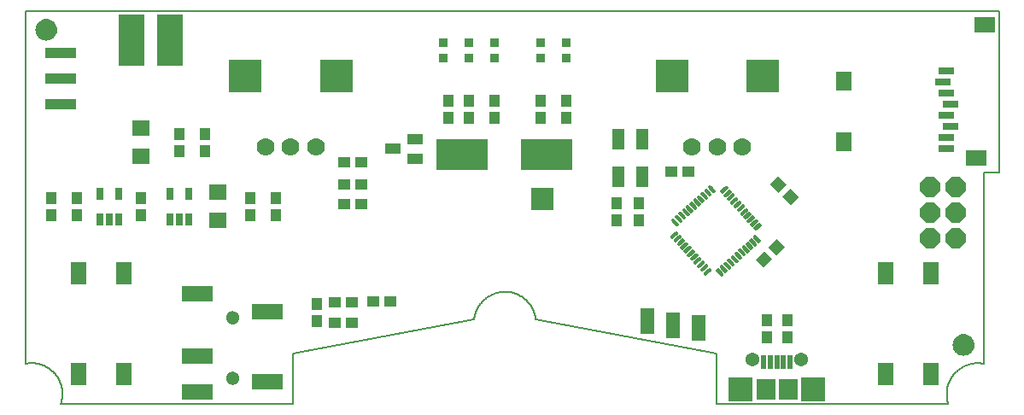
<source format=gts>
G75*
%MOIN*%
%OFA0B0*%
%FSLAX25Y25*%
%IPPOS*%
%LPD*%
%AMOC8*
5,1,8,0,0,1.08239X$1,22.5*
%
%ADD10C,0.00800*%
%ADD11C,0.00787*%
%ADD12R,0.09000X0.09000*%
%ADD13OC8,0.07800*%
%ADD14R,0.04337X0.04731*%
%ADD15R,0.03550X0.03550*%
%ADD16R,0.02565X0.05124*%
%ADD17R,0.04731X0.04337*%
%ADD18C,0.01344*%
%ADD19R,0.04731X0.07880*%
%ADD20R,0.06699X0.05912*%
%ADD21R,0.05912X0.08668*%
%ADD22C,0.07000*%
%ADD23R,0.12998X0.12998*%
%ADD24R,0.20085X0.12211*%
%ADD25R,0.05400X0.10400*%
%ADD26R,0.07880X0.05912*%
%ADD27R,0.05912X0.07487*%
%ADD28R,0.06306X0.03156*%
%ADD29R,0.05912X0.04337*%
%ADD30R,0.12211X0.04337*%
%ADD31R,0.01975X0.05715*%
%ADD32R,0.07487X0.07880*%
%ADD33C,0.05420*%
%ADD34R,0.09258X0.09258*%
%ADD35R,0.10400X0.20400*%
%ADD36R,0.12211X0.06306*%
%ADD37C,0.00000*%
%ADD38C,0.05124*%
%ADD39C,0.00500*%
D10*
X0016870Y0164242D02*
X0396791Y0164242D01*
D11*
X0030650Y0010698D02*
X0030743Y0010975D01*
X0030830Y0011254D01*
X0030910Y0011534D01*
X0030983Y0011817D01*
X0031049Y0012101D01*
X0031108Y0012387D01*
X0031161Y0012674D01*
X0031206Y0012963D01*
X0031244Y0013252D01*
X0031276Y0013542D01*
X0031300Y0013833D01*
X0031317Y0014125D01*
X0031327Y0014416D01*
X0031330Y0014708D01*
X0031326Y0015000D01*
X0031315Y0015292D01*
X0031296Y0015583D01*
X0031271Y0015874D01*
X0031238Y0016164D01*
X0031199Y0016453D01*
X0031152Y0016742D01*
X0031099Y0017029D01*
X0031039Y0017314D01*
X0030971Y0017598D01*
X0030897Y0017880D01*
X0030816Y0018161D01*
X0030728Y0018439D01*
X0030633Y0018715D01*
X0030532Y0018989D01*
X0030424Y0019260D01*
X0030310Y0019529D01*
X0030189Y0019795D01*
X0030061Y0020057D01*
X0029928Y0020317D01*
X0029788Y0020573D01*
X0029642Y0020826D01*
X0029489Y0021075D01*
X0029331Y0021320D01*
X0029167Y0021561D01*
X0028997Y0021799D01*
X0028821Y0022032D01*
X0028640Y0022261D01*
X0028453Y0022485D01*
X0028261Y0022705D01*
X0028063Y0022919D01*
X0027860Y0023130D01*
X0027653Y0023335D01*
X0027440Y0023535D01*
X0027223Y0023729D01*
X0027001Y0023919D01*
X0026774Y0024103D01*
X0026543Y0024281D01*
X0026308Y0024454D01*
X0026068Y0024621D01*
X0025825Y0024782D01*
X0025577Y0024937D01*
X0025327Y0025086D01*
X0025072Y0025229D01*
X0024814Y0025366D01*
X0024553Y0025497D01*
X0024289Y0025621D01*
X0024021Y0025738D01*
X0023752Y0025849D01*
X0023479Y0025954D01*
X0023204Y0026052D01*
X0022927Y0026143D01*
X0022647Y0026227D01*
X0022366Y0026304D01*
X0022082Y0026375D01*
X0021798Y0026439D01*
X0021511Y0026496D01*
X0021224Y0026546D01*
X0020935Y0026588D01*
X0020645Y0026624D01*
X0020355Y0026653D01*
X0020064Y0026675D01*
X0019772Y0026689D01*
X0019480Y0026697D01*
X0019188Y0026697D01*
X0018896Y0026691D01*
X0018605Y0026677D01*
X0018314Y0026656D01*
X0018023Y0026628D01*
X0017733Y0026593D01*
X0017444Y0026551D01*
X0017157Y0026502D01*
X0016870Y0026446D01*
X0016870Y0026447D02*
X0016870Y0164242D01*
X0121201Y0030384D02*
X0192028Y0043825D01*
X0192064Y0044119D01*
X0192108Y0044412D01*
X0192158Y0044704D01*
X0192216Y0044995D01*
X0192281Y0045284D01*
X0192353Y0045571D01*
X0192432Y0045857D01*
X0192518Y0046140D01*
X0192611Y0046421D01*
X0192711Y0046700D01*
X0192818Y0046977D01*
X0192931Y0047251D01*
X0193051Y0047521D01*
X0193178Y0047789D01*
X0193311Y0048054D01*
X0193451Y0048315D01*
X0193597Y0048573D01*
X0193750Y0048827D01*
X0193908Y0049077D01*
X0194073Y0049324D01*
X0194243Y0049566D01*
X0194420Y0049804D01*
X0194602Y0050038D01*
X0194790Y0050267D01*
X0194984Y0050491D01*
X0195183Y0050710D01*
X0195387Y0050925D01*
X0195597Y0051135D01*
X0195811Y0051339D01*
X0196031Y0051538D01*
X0196255Y0051731D01*
X0196484Y0051919D01*
X0196718Y0052102D01*
X0196956Y0052278D01*
X0197198Y0052449D01*
X0197444Y0052613D01*
X0197695Y0052772D01*
X0197949Y0052924D01*
X0198207Y0053070D01*
X0198468Y0053210D01*
X0198733Y0053343D01*
X0199001Y0053470D01*
X0199271Y0053590D01*
X0199545Y0053703D01*
X0199822Y0053810D01*
X0200101Y0053909D01*
X0200382Y0054002D01*
X0200666Y0054088D01*
X0200951Y0054167D01*
X0201239Y0054239D01*
X0201528Y0054304D01*
X0201818Y0054362D01*
X0202110Y0054413D01*
X0202403Y0054456D01*
X0202697Y0054492D01*
X0202992Y0054521D01*
X0203288Y0054543D01*
X0203584Y0054558D01*
X0203880Y0054565D01*
X0204176Y0054565D01*
X0204472Y0054558D01*
X0204768Y0054543D01*
X0205064Y0054521D01*
X0205359Y0054492D01*
X0205653Y0054456D01*
X0205946Y0054413D01*
X0206238Y0054362D01*
X0206528Y0054304D01*
X0206817Y0054239D01*
X0207105Y0054167D01*
X0207390Y0054088D01*
X0207674Y0054002D01*
X0207955Y0053909D01*
X0208234Y0053810D01*
X0208511Y0053703D01*
X0208785Y0053590D01*
X0209055Y0053470D01*
X0209323Y0053343D01*
X0209588Y0053210D01*
X0209849Y0053070D01*
X0210107Y0052924D01*
X0210361Y0052772D01*
X0210612Y0052613D01*
X0210858Y0052449D01*
X0211100Y0052278D01*
X0211338Y0052102D01*
X0211572Y0051919D01*
X0211801Y0051731D01*
X0212025Y0051538D01*
X0212245Y0051339D01*
X0212459Y0051135D01*
X0212669Y0050925D01*
X0212873Y0050710D01*
X0213072Y0050491D01*
X0213266Y0050267D01*
X0213454Y0050038D01*
X0213636Y0049804D01*
X0213813Y0049566D01*
X0213983Y0049324D01*
X0214148Y0049077D01*
X0214306Y0048827D01*
X0214459Y0048573D01*
X0214605Y0048315D01*
X0214745Y0048054D01*
X0214878Y0047789D01*
X0215005Y0047521D01*
X0215125Y0047251D01*
X0215238Y0046977D01*
X0215345Y0046700D01*
X0215445Y0046421D01*
X0215538Y0046140D01*
X0215624Y0045857D01*
X0215703Y0045571D01*
X0215775Y0045284D01*
X0215840Y0044995D01*
X0215898Y0044704D01*
X0215948Y0044412D01*
X0215992Y0044119D01*
X0216028Y0043825D01*
X0286555Y0030384D01*
X0286555Y0010699D01*
X0377106Y0010699D01*
X0377015Y0010978D01*
X0376930Y0011260D01*
X0376851Y0011544D01*
X0376780Y0011830D01*
X0376716Y0012117D01*
X0376659Y0012406D01*
X0376609Y0012696D01*
X0376566Y0012987D01*
X0376530Y0013279D01*
X0376501Y0013572D01*
X0376480Y0013865D01*
X0376465Y0014159D01*
X0376458Y0014454D01*
X0376458Y0014748D01*
X0376465Y0015042D01*
X0376479Y0015336D01*
X0376501Y0015630D01*
X0376529Y0015923D01*
X0376565Y0016215D01*
X0376608Y0016506D01*
X0376658Y0016796D01*
X0376714Y0017085D01*
X0376778Y0017372D01*
X0376849Y0017658D01*
X0376927Y0017942D01*
X0377012Y0018224D01*
X0377104Y0018503D01*
X0377202Y0018781D01*
X0377307Y0019056D01*
X0377419Y0019328D01*
X0377538Y0019597D01*
X0377662Y0019864D01*
X0377794Y0020127D01*
X0377932Y0020387D01*
X0378076Y0020644D01*
X0378226Y0020897D01*
X0378383Y0021146D01*
X0378545Y0021392D01*
X0378713Y0021633D01*
X0378888Y0021871D01*
X0379068Y0022103D01*
X0379253Y0022332D01*
X0379444Y0022556D01*
X0379641Y0022775D01*
X0379843Y0022989D01*
X0380050Y0023198D01*
X0380262Y0023403D01*
X0380479Y0023602D01*
X0380700Y0023795D01*
X0380927Y0023983D01*
X0381157Y0024166D01*
X0381393Y0024343D01*
X0381632Y0024514D01*
X0381876Y0024679D01*
X0382123Y0024838D01*
X0382375Y0024992D01*
X0382630Y0025139D01*
X0382888Y0025279D01*
X0383150Y0025414D01*
X0383415Y0025542D01*
X0383683Y0025663D01*
X0383954Y0025778D01*
X0384228Y0025886D01*
X0384504Y0025988D01*
X0384783Y0026083D01*
X0385064Y0026170D01*
X0385347Y0026252D01*
X0385632Y0026326D01*
X0385918Y0026393D01*
X0386206Y0026453D01*
X0386496Y0026506D01*
X0386787Y0026552D01*
X0387078Y0026591D01*
X0387371Y0026623D01*
X0387664Y0026648D01*
X0387958Y0026665D01*
X0388252Y0026676D01*
X0388547Y0026679D01*
X0388841Y0026675D01*
X0389135Y0026664D01*
X0389429Y0026646D01*
X0389722Y0026620D01*
X0390015Y0026588D01*
X0390306Y0026548D01*
X0390597Y0026501D01*
X0390886Y0026447D01*
X0390886Y0101250D01*
X0396791Y0101250D01*
X0396791Y0164242D01*
X0121201Y0030384D02*
X0121201Y0010699D01*
X0030650Y0010699D01*
D12*
X0218528Y0090825D03*
D13*
X0370059Y0095423D03*
X0380059Y0095423D03*
X0380059Y0085423D03*
X0370059Y0085423D03*
X0370059Y0075423D03*
X0380059Y0075423D03*
D14*
X0314407Y0043358D03*
X0314407Y0036665D03*
X0306189Y0036665D03*
X0306189Y0043358D03*
X0256122Y0082352D03*
X0256122Y0089045D03*
X0247622Y0089045D03*
X0247622Y0082352D03*
X0227902Y0122510D03*
X0217902Y0122510D03*
X0217902Y0129203D03*
X0227902Y0129203D03*
X0199902Y0129203D03*
X0189902Y0129203D03*
X0181902Y0129203D03*
X0181902Y0122510D03*
X0189902Y0122510D03*
X0199902Y0122510D03*
X0114528Y0091171D03*
X0104528Y0091171D03*
X0104528Y0084478D03*
X0114528Y0084478D03*
X0087028Y0109478D03*
X0077028Y0109478D03*
X0077028Y0116171D03*
X0087028Y0116171D03*
X0062028Y0091171D03*
X0062028Y0084478D03*
X0037028Y0084478D03*
X0027028Y0084478D03*
X0027028Y0091171D03*
X0037028Y0091171D03*
X0130778Y0049671D03*
X0130778Y0042978D03*
D15*
X0179902Y0145904D03*
X0189902Y0145904D03*
X0199902Y0145904D03*
X0199902Y0151809D03*
X0189902Y0151809D03*
X0179902Y0151809D03*
X0217902Y0151809D03*
X0227902Y0151809D03*
X0227902Y0145904D03*
X0217902Y0145904D03*
D16*
X0080768Y0092943D03*
X0073287Y0092943D03*
X0073287Y0082706D03*
X0077028Y0082706D03*
X0080768Y0082706D03*
X0053268Y0082706D03*
X0049528Y0082706D03*
X0045787Y0082706D03*
X0045787Y0092943D03*
X0053268Y0092943D03*
D17*
X0141181Y0096575D03*
X0147874Y0096575D03*
X0147874Y0088632D03*
X0141181Y0088632D03*
X0141181Y0105207D03*
X0147874Y0105207D03*
X0152681Y0050825D03*
X0159374Y0050825D03*
X0144374Y0050575D03*
X0137681Y0050575D03*
X0137681Y0042325D03*
X0144374Y0042325D03*
X0268807Y0101474D03*
X0275500Y0101474D03*
G36*
X0310743Y0099676D02*
X0314087Y0096332D01*
X0311021Y0093266D01*
X0307677Y0096610D01*
X0310743Y0099676D01*
G37*
G36*
X0315475Y0094943D02*
X0318819Y0091599D01*
X0315753Y0088533D01*
X0312409Y0091877D01*
X0315475Y0094943D01*
G37*
G36*
X0306720Y0071804D02*
X0310064Y0075148D01*
X0313130Y0072082D01*
X0309786Y0068738D01*
X0306720Y0071804D01*
G37*
G36*
X0301988Y0067071D02*
X0305332Y0070415D01*
X0308398Y0067349D01*
X0305054Y0064005D01*
X0301988Y0067071D01*
G37*
D18*
X0298817Y0070433D02*
X0297342Y0072071D01*
X0298817Y0070433D02*
X0298642Y0070275D01*
X0297167Y0071913D01*
X0297342Y0072071D01*
X0297433Y0071618D02*
X0297750Y0071618D01*
X0298805Y0073388D02*
X0300280Y0071750D01*
X0300105Y0071592D01*
X0298630Y0073230D01*
X0298805Y0073388D01*
X0298896Y0072935D02*
X0299213Y0072935D01*
X0300206Y0074650D02*
X0301681Y0073012D01*
X0301506Y0072854D01*
X0300031Y0074492D01*
X0300206Y0074650D01*
X0300297Y0074197D02*
X0300614Y0074197D01*
X0301669Y0075967D02*
X0303144Y0074329D01*
X0302969Y0074171D01*
X0301494Y0075809D01*
X0301669Y0075967D01*
X0301760Y0075514D02*
X0302077Y0075514D01*
X0301835Y0079130D02*
X0303473Y0080605D01*
X0301835Y0079130D02*
X0301677Y0079305D01*
X0303315Y0080780D01*
X0303473Y0080605D01*
X0303326Y0080473D02*
X0302974Y0080473D01*
X0302156Y0082068D02*
X0300518Y0080593D01*
X0300360Y0080768D01*
X0301998Y0082243D01*
X0302156Y0082068D01*
X0302009Y0081936D02*
X0301657Y0081936D01*
X0300894Y0083469D02*
X0299256Y0081994D01*
X0299098Y0082169D01*
X0300736Y0083644D01*
X0300894Y0083469D01*
X0300747Y0083337D02*
X0300395Y0083337D01*
X0299577Y0084932D02*
X0297939Y0083457D01*
X0297781Y0083632D01*
X0299419Y0085107D01*
X0299577Y0084932D01*
X0299430Y0084800D02*
X0299078Y0084800D01*
X0298316Y0086333D02*
X0296678Y0084858D01*
X0296520Y0085033D01*
X0298158Y0086508D01*
X0298316Y0086333D01*
X0298169Y0086201D02*
X0297817Y0086201D01*
X0296998Y0087796D02*
X0295360Y0086321D01*
X0295202Y0086496D01*
X0296840Y0087971D01*
X0296998Y0087796D01*
X0296851Y0087664D02*
X0296499Y0087664D01*
X0295523Y0089434D02*
X0293885Y0087959D01*
X0295523Y0089434D02*
X0295681Y0089259D01*
X0294043Y0087784D01*
X0293885Y0087959D01*
X0295182Y0089127D02*
X0295534Y0089127D01*
X0294262Y0090835D02*
X0292624Y0089360D01*
X0294262Y0090835D02*
X0294420Y0090660D01*
X0292782Y0089185D01*
X0292624Y0089360D01*
X0293921Y0090528D02*
X0294273Y0090528D01*
X0292945Y0092298D02*
X0291307Y0090823D01*
X0292945Y0092298D02*
X0293103Y0092123D01*
X0291465Y0090648D01*
X0291307Y0090823D01*
X0292604Y0091991D02*
X0292956Y0091991D01*
X0291683Y0093699D02*
X0290045Y0092224D01*
X0291683Y0093699D02*
X0291841Y0093524D01*
X0290203Y0092049D01*
X0290045Y0092224D01*
X0291342Y0093392D02*
X0291694Y0093392D01*
X0290366Y0095162D02*
X0288728Y0093687D01*
X0290366Y0095162D02*
X0290524Y0094987D01*
X0288886Y0093512D01*
X0288728Y0093687D01*
X0290025Y0094855D02*
X0290377Y0094855D01*
X0285565Y0093853D02*
X0284090Y0095491D01*
X0285565Y0093853D02*
X0285390Y0093695D01*
X0283915Y0095333D01*
X0284090Y0095491D01*
X0284181Y0095038D02*
X0284498Y0095038D01*
X0282627Y0094174D02*
X0284102Y0092536D01*
X0283927Y0092378D01*
X0282452Y0094016D01*
X0282627Y0094174D01*
X0282718Y0093721D02*
X0283035Y0093721D01*
X0281226Y0092912D02*
X0282701Y0091274D01*
X0282526Y0091116D01*
X0281051Y0092754D01*
X0281226Y0092912D01*
X0281317Y0092459D02*
X0281634Y0092459D01*
X0279763Y0091595D02*
X0281238Y0089957D01*
X0281063Y0089799D01*
X0279588Y0091437D01*
X0279763Y0091595D01*
X0279854Y0091142D02*
X0280171Y0091142D01*
X0278362Y0090333D02*
X0279837Y0088695D01*
X0279662Y0088537D01*
X0278187Y0090175D01*
X0278362Y0090333D01*
X0278453Y0089880D02*
X0278770Y0089880D01*
X0276899Y0089016D02*
X0278374Y0087378D01*
X0278199Y0087220D01*
X0276724Y0088858D01*
X0276899Y0089016D01*
X0276990Y0088563D02*
X0277307Y0088563D01*
X0275261Y0087541D02*
X0276736Y0085903D01*
X0275261Y0087541D02*
X0275436Y0087699D01*
X0276911Y0086061D01*
X0276736Y0085903D01*
X0275844Y0087246D02*
X0275527Y0087246D01*
X0273860Y0086279D02*
X0275335Y0084641D01*
X0273860Y0086279D02*
X0274035Y0086437D01*
X0275510Y0084799D01*
X0275335Y0084641D01*
X0274443Y0085984D02*
X0274126Y0085984D01*
X0272397Y0084962D02*
X0273872Y0083324D01*
X0272397Y0084962D02*
X0272572Y0085120D01*
X0274047Y0083482D01*
X0273872Y0083324D01*
X0272980Y0084667D02*
X0272663Y0084667D01*
X0270996Y0083701D02*
X0272471Y0082063D01*
X0270996Y0083701D02*
X0271171Y0083859D01*
X0272646Y0082221D01*
X0272471Y0082063D01*
X0271579Y0083406D02*
X0271262Y0083406D01*
X0269533Y0082384D02*
X0271008Y0080746D01*
X0269533Y0082384D02*
X0269708Y0082542D01*
X0271183Y0080904D01*
X0271008Y0080746D01*
X0270116Y0082089D02*
X0269799Y0082089D01*
X0270842Y0077582D02*
X0269204Y0076107D01*
X0270842Y0077582D02*
X0271000Y0077407D01*
X0269362Y0075932D01*
X0269204Y0076107D01*
X0270501Y0077275D02*
X0270853Y0077275D01*
X0272159Y0076120D02*
X0270521Y0074645D01*
X0272159Y0076120D02*
X0272317Y0075945D01*
X0270679Y0074470D01*
X0270521Y0074645D01*
X0271818Y0075813D02*
X0272170Y0075813D01*
X0273421Y0074719D02*
X0271783Y0073244D01*
X0273421Y0074719D02*
X0273579Y0074544D01*
X0271941Y0073069D01*
X0271783Y0073244D01*
X0273080Y0074412D02*
X0273432Y0074412D01*
X0274738Y0073256D02*
X0273100Y0071781D01*
X0274738Y0073256D02*
X0274896Y0073081D01*
X0273258Y0071606D01*
X0273100Y0071781D01*
X0274397Y0072949D02*
X0274749Y0072949D01*
X0276000Y0071855D02*
X0274362Y0070380D01*
X0276000Y0071855D02*
X0276158Y0071680D01*
X0274520Y0070205D01*
X0274362Y0070380D01*
X0275659Y0071548D02*
X0276011Y0071548D01*
X0277317Y0070392D02*
X0275679Y0068917D01*
X0277317Y0070392D02*
X0277475Y0070217D01*
X0275837Y0068742D01*
X0275679Y0068917D01*
X0276976Y0070085D02*
X0277328Y0070085D01*
X0278792Y0068754D02*
X0277154Y0067279D01*
X0276996Y0067454D01*
X0278634Y0068929D01*
X0278792Y0068754D01*
X0278645Y0068622D02*
X0278293Y0068622D01*
X0280053Y0067353D02*
X0278415Y0065878D01*
X0278257Y0066053D01*
X0279895Y0067528D01*
X0280053Y0067353D01*
X0279906Y0067221D02*
X0279554Y0067221D01*
X0281371Y0065890D02*
X0279733Y0064415D01*
X0279575Y0064590D01*
X0281213Y0066065D01*
X0281371Y0065890D01*
X0281224Y0065758D02*
X0280872Y0065758D01*
X0282632Y0064489D02*
X0280994Y0063014D01*
X0280836Y0063189D01*
X0282474Y0064664D01*
X0282632Y0064489D01*
X0282485Y0064357D02*
X0282133Y0064357D01*
X0283949Y0063026D02*
X0282311Y0061551D01*
X0282153Y0061726D01*
X0283791Y0063201D01*
X0283949Y0063026D01*
X0283802Y0062894D02*
X0283450Y0062894D01*
X0287112Y0062860D02*
X0288587Y0061222D01*
X0287112Y0062860D02*
X0287287Y0063018D01*
X0288762Y0061380D01*
X0288587Y0061222D01*
X0287695Y0062565D02*
X0287378Y0062565D01*
X0288575Y0064177D02*
X0290050Y0062539D01*
X0288575Y0064177D02*
X0288750Y0064335D01*
X0290225Y0062697D01*
X0290050Y0062539D01*
X0289158Y0063882D02*
X0288841Y0063882D01*
X0289976Y0065439D02*
X0291451Y0063801D01*
X0289976Y0065439D02*
X0290151Y0065597D01*
X0291626Y0063959D01*
X0291451Y0063801D01*
X0290559Y0065144D02*
X0290242Y0065144D01*
X0291439Y0066756D02*
X0292914Y0065118D01*
X0291439Y0066756D02*
X0291614Y0066914D01*
X0293089Y0065276D01*
X0292914Y0065118D01*
X0292022Y0066461D02*
X0291705Y0066461D01*
X0292840Y0068017D02*
X0294315Y0066379D01*
X0292840Y0068017D02*
X0293015Y0068175D01*
X0294490Y0066537D01*
X0294315Y0066379D01*
X0293423Y0067722D02*
X0293106Y0067722D01*
X0294303Y0069334D02*
X0295778Y0067696D01*
X0294303Y0069334D02*
X0294478Y0069492D01*
X0295953Y0067854D01*
X0295778Y0067696D01*
X0294886Y0069039D02*
X0294569Y0069039D01*
X0295941Y0070810D02*
X0297416Y0069172D01*
X0297241Y0069014D01*
X0295766Y0070652D01*
X0295941Y0070810D01*
X0296032Y0070357D02*
X0296349Y0070357D01*
D19*
X0257461Y0099478D03*
X0248406Y0099478D03*
X0248406Y0114045D03*
X0257461Y0114045D03*
D20*
X0092028Y0093337D03*
X0092028Y0082313D03*
X0062028Y0107313D03*
X0062028Y0118337D03*
D21*
X0055256Y0061880D03*
X0037539Y0061880D03*
X0037539Y0022510D03*
X0055256Y0022510D03*
X0352500Y0022510D03*
X0370217Y0022510D03*
X0370217Y0061880D03*
X0352500Y0061880D03*
D22*
X0296713Y0111093D03*
X0286870Y0111093D03*
X0277028Y0111093D03*
X0130256Y0111093D03*
X0120413Y0111093D03*
X0110571Y0111093D03*
D23*
X0102697Y0138652D03*
X0138130Y0138652D03*
X0269154Y0138652D03*
X0304587Y0138652D03*
D24*
X0220350Y0108230D03*
X0187406Y0108230D03*
D25*
X0259528Y0043067D03*
X0269528Y0041325D03*
X0279528Y0040325D03*
D26*
X0387835Y0106900D03*
X0391378Y0158868D03*
D27*
X0336260Y0136821D03*
X0336260Y0113199D03*
D28*
X0374843Y0136427D03*
X0376417Y0140758D03*
X0376417Y0132096D03*
X0377992Y0127766D03*
X0376417Y0123435D03*
X0377992Y0119104D03*
X0376417Y0114774D03*
X0376417Y0110443D03*
D29*
X0168858Y0114065D03*
X0160197Y0110325D03*
X0168858Y0106585D03*
D30*
X0030778Y0127825D03*
X0030778Y0137825D03*
X0030778Y0147825D03*
D31*
X0305059Y0026951D03*
X0307618Y0026951D03*
X0310177Y0026951D03*
X0312736Y0026951D03*
X0315295Y0026951D03*
D32*
X0314508Y0016419D03*
X0305846Y0016419D03*
D33*
X0300630Y0028230D03*
X0319724Y0028230D03*
D34*
X0324252Y0016419D03*
X0296102Y0016419D03*
D35*
X0073278Y0152825D03*
X0058278Y0152825D03*
D36*
X0083799Y0053612D03*
X0111358Y0046919D03*
X0083799Y0029596D03*
X0083799Y0015423D03*
X0111358Y0019360D03*
D37*
X0095217Y0020935D02*
X0095219Y0021032D01*
X0095225Y0021129D01*
X0095235Y0021225D01*
X0095249Y0021321D01*
X0095267Y0021417D01*
X0095288Y0021511D01*
X0095314Y0021605D01*
X0095343Y0021697D01*
X0095377Y0021788D01*
X0095413Y0021878D01*
X0095454Y0021966D01*
X0095498Y0022052D01*
X0095546Y0022137D01*
X0095597Y0022219D01*
X0095651Y0022300D01*
X0095709Y0022378D01*
X0095770Y0022453D01*
X0095833Y0022526D01*
X0095900Y0022597D01*
X0095970Y0022664D01*
X0096042Y0022729D01*
X0096117Y0022790D01*
X0096195Y0022849D01*
X0096274Y0022904D01*
X0096356Y0022956D01*
X0096440Y0023004D01*
X0096526Y0023049D01*
X0096614Y0023091D01*
X0096703Y0023129D01*
X0096794Y0023163D01*
X0096886Y0023193D01*
X0096979Y0023220D01*
X0097074Y0023242D01*
X0097169Y0023261D01*
X0097265Y0023276D01*
X0097361Y0023287D01*
X0097458Y0023294D01*
X0097555Y0023297D01*
X0097652Y0023296D01*
X0097749Y0023291D01*
X0097845Y0023282D01*
X0097941Y0023269D01*
X0098037Y0023252D01*
X0098132Y0023231D01*
X0098225Y0023207D01*
X0098318Y0023178D01*
X0098410Y0023146D01*
X0098500Y0023110D01*
X0098588Y0023071D01*
X0098675Y0023027D01*
X0098760Y0022981D01*
X0098843Y0022930D01*
X0098924Y0022877D01*
X0099002Y0022820D01*
X0099079Y0022760D01*
X0099152Y0022697D01*
X0099223Y0022631D01*
X0099291Y0022562D01*
X0099357Y0022490D01*
X0099419Y0022416D01*
X0099478Y0022339D01*
X0099534Y0022260D01*
X0099587Y0022178D01*
X0099637Y0022095D01*
X0099682Y0022009D01*
X0099725Y0021922D01*
X0099764Y0021833D01*
X0099799Y0021743D01*
X0099830Y0021651D01*
X0099857Y0021558D01*
X0099881Y0021464D01*
X0099901Y0021369D01*
X0099917Y0021273D01*
X0099929Y0021177D01*
X0099937Y0021080D01*
X0099941Y0020983D01*
X0099941Y0020887D01*
X0099937Y0020790D01*
X0099929Y0020693D01*
X0099917Y0020597D01*
X0099901Y0020501D01*
X0099881Y0020406D01*
X0099857Y0020312D01*
X0099830Y0020219D01*
X0099799Y0020127D01*
X0099764Y0020037D01*
X0099725Y0019948D01*
X0099682Y0019861D01*
X0099637Y0019775D01*
X0099587Y0019692D01*
X0099534Y0019610D01*
X0099478Y0019531D01*
X0099419Y0019454D01*
X0099357Y0019380D01*
X0099291Y0019308D01*
X0099223Y0019239D01*
X0099152Y0019173D01*
X0099079Y0019110D01*
X0099002Y0019050D01*
X0098924Y0018993D01*
X0098843Y0018940D01*
X0098760Y0018889D01*
X0098675Y0018843D01*
X0098588Y0018799D01*
X0098500Y0018760D01*
X0098410Y0018724D01*
X0098318Y0018692D01*
X0098225Y0018663D01*
X0098132Y0018639D01*
X0098037Y0018618D01*
X0097941Y0018601D01*
X0097845Y0018588D01*
X0097749Y0018579D01*
X0097652Y0018574D01*
X0097555Y0018573D01*
X0097458Y0018576D01*
X0097361Y0018583D01*
X0097265Y0018594D01*
X0097169Y0018609D01*
X0097074Y0018628D01*
X0096979Y0018650D01*
X0096886Y0018677D01*
X0096794Y0018707D01*
X0096703Y0018741D01*
X0096614Y0018779D01*
X0096526Y0018821D01*
X0096440Y0018866D01*
X0096356Y0018914D01*
X0096274Y0018966D01*
X0096195Y0019021D01*
X0096117Y0019080D01*
X0096042Y0019141D01*
X0095970Y0019206D01*
X0095900Y0019273D01*
X0095833Y0019344D01*
X0095770Y0019417D01*
X0095709Y0019492D01*
X0095651Y0019570D01*
X0095597Y0019651D01*
X0095546Y0019733D01*
X0095498Y0019818D01*
X0095454Y0019904D01*
X0095413Y0019992D01*
X0095377Y0020082D01*
X0095343Y0020173D01*
X0095314Y0020265D01*
X0095288Y0020359D01*
X0095267Y0020453D01*
X0095249Y0020549D01*
X0095235Y0020645D01*
X0095225Y0020741D01*
X0095219Y0020838D01*
X0095217Y0020935D01*
X0095217Y0044557D02*
X0095219Y0044654D01*
X0095225Y0044751D01*
X0095235Y0044847D01*
X0095249Y0044943D01*
X0095267Y0045039D01*
X0095288Y0045133D01*
X0095314Y0045227D01*
X0095343Y0045319D01*
X0095377Y0045410D01*
X0095413Y0045500D01*
X0095454Y0045588D01*
X0095498Y0045674D01*
X0095546Y0045759D01*
X0095597Y0045841D01*
X0095651Y0045922D01*
X0095709Y0046000D01*
X0095770Y0046075D01*
X0095833Y0046148D01*
X0095900Y0046219D01*
X0095970Y0046286D01*
X0096042Y0046351D01*
X0096117Y0046412D01*
X0096195Y0046471D01*
X0096274Y0046526D01*
X0096356Y0046578D01*
X0096440Y0046626D01*
X0096526Y0046671D01*
X0096614Y0046713D01*
X0096703Y0046751D01*
X0096794Y0046785D01*
X0096886Y0046815D01*
X0096979Y0046842D01*
X0097074Y0046864D01*
X0097169Y0046883D01*
X0097265Y0046898D01*
X0097361Y0046909D01*
X0097458Y0046916D01*
X0097555Y0046919D01*
X0097652Y0046918D01*
X0097749Y0046913D01*
X0097845Y0046904D01*
X0097941Y0046891D01*
X0098037Y0046874D01*
X0098132Y0046853D01*
X0098225Y0046829D01*
X0098318Y0046800D01*
X0098410Y0046768D01*
X0098500Y0046732D01*
X0098588Y0046693D01*
X0098675Y0046649D01*
X0098760Y0046603D01*
X0098843Y0046552D01*
X0098924Y0046499D01*
X0099002Y0046442D01*
X0099079Y0046382D01*
X0099152Y0046319D01*
X0099223Y0046253D01*
X0099291Y0046184D01*
X0099357Y0046112D01*
X0099419Y0046038D01*
X0099478Y0045961D01*
X0099534Y0045882D01*
X0099587Y0045800D01*
X0099637Y0045717D01*
X0099682Y0045631D01*
X0099725Y0045544D01*
X0099764Y0045455D01*
X0099799Y0045365D01*
X0099830Y0045273D01*
X0099857Y0045180D01*
X0099881Y0045086D01*
X0099901Y0044991D01*
X0099917Y0044895D01*
X0099929Y0044799D01*
X0099937Y0044702D01*
X0099941Y0044605D01*
X0099941Y0044509D01*
X0099937Y0044412D01*
X0099929Y0044315D01*
X0099917Y0044219D01*
X0099901Y0044123D01*
X0099881Y0044028D01*
X0099857Y0043934D01*
X0099830Y0043841D01*
X0099799Y0043749D01*
X0099764Y0043659D01*
X0099725Y0043570D01*
X0099682Y0043483D01*
X0099637Y0043397D01*
X0099587Y0043314D01*
X0099534Y0043232D01*
X0099478Y0043153D01*
X0099419Y0043076D01*
X0099357Y0043002D01*
X0099291Y0042930D01*
X0099223Y0042861D01*
X0099152Y0042795D01*
X0099079Y0042732D01*
X0099002Y0042672D01*
X0098924Y0042615D01*
X0098843Y0042562D01*
X0098760Y0042511D01*
X0098675Y0042465D01*
X0098588Y0042421D01*
X0098500Y0042382D01*
X0098410Y0042346D01*
X0098318Y0042314D01*
X0098225Y0042285D01*
X0098132Y0042261D01*
X0098037Y0042240D01*
X0097941Y0042223D01*
X0097845Y0042210D01*
X0097749Y0042201D01*
X0097652Y0042196D01*
X0097555Y0042195D01*
X0097458Y0042198D01*
X0097361Y0042205D01*
X0097265Y0042216D01*
X0097169Y0042231D01*
X0097074Y0042250D01*
X0096979Y0042272D01*
X0096886Y0042299D01*
X0096794Y0042329D01*
X0096703Y0042363D01*
X0096614Y0042401D01*
X0096526Y0042443D01*
X0096440Y0042488D01*
X0096356Y0042536D01*
X0096274Y0042588D01*
X0096195Y0042643D01*
X0096117Y0042702D01*
X0096042Y0042763D01*
X0095970Y0042828D01*
X0095900Y0042895D01*
X0095833Y0042966D01*
X0095770Y0043039D01*
X0095709Y0043114D01*
X0095651Y0043192D01*
X0095597Y0043273D01*
X0095546Y0043355D01*
X0095498Y0043440D01*
X0095454Y0043526D01*
X0095413Y0043614D01*
X0095377Y0043704D01*
X0095343Y0043795D01*
X0095314Y0043887D01*
X0095288Y0043981D01*
X0095267Y0044075D01*
X0095249Y0044171D01*
X0095235Y0044267D01*
X0095225Y0044363D01*
X0095219Y0044460D01*
X0095217Y0044557D01*
D38*
X0097579Y0044557D03*
X0097579Y0020935D03*
D39*
X0026996Y0153415D02*
X0027558Y0153809D01*
X0028043Y0154294D01*
X0028437Y0154856D01*
X0028727Y0155478D01*
X0028905Y0156141D01*
X0028965Y0156825D01*
X0028905Y0157508D01*
X0028727Y0158171D01*
X0028437Y0158793D01*
X0028043Y0159355D01*
X0027558Y0159841D01*
X0026996Y0160234D01*
X0026374Y0160524D01*
X0025711Y0160702D01*
X0025028Y0160762D01*
X0024344Y0160702D01*
X0023681Y0160524D01*
X0023059Y0160234D01*
X0022497Y0159841D01*
X0022012Y0159355D01*
X0021618Y0158793D01*
X0021328Y0158171D01*
X0021150Y0157508D01*
X0021091Y0156825D01*
X0021150Y0156141D01*
X0021328Y0155478D01*
X0021618Y0154856D01*
X0022012Y0154294D01*
X0022497Y0153809D01*
X0023059Y0153415D01*
X0023681Y0153125D01*
X0024344Y0152948D01*
X0025028Y0152888D01*
X0025711Y0152948D01*
X0026374Y0153125D01*
X0026996Y0153415D01*
X0026910Y0153375D02*
X0023145Y0153375D01*
X0022432Y0153874D02*
X0027623Y0153874D01*
X0028098Y0154372D02*
X0021957Y0154372D01*
X0021611Y0154871D02*
X0028444Y0154871D01*
X0028676Y0155369D02*
X0021379Y0155369D01*
X0021224Y0155868D02*
X0028831Y0155868D01*
X0028924Y0156366D02*
X0021131Y0156366D01*
X0021094Y0156865D02*
X0028961Y0156865D01*
X0028917Y0157363D02*
X0021138Y0157363D01*
X0021245Y0157862D02*
X0028810Y0157862D01*
X0028639Y0158360D02*
X0021416Y0158360D01*
X0021664Y0158859D02*
X0028391Y0158859D01*
X0028042Y0159357D02*
X0022014Y0159357D01*
X0022519Y0159856D02*
X0027537Y0159856D01*
X0026739Y0160354D02*
X0023316Y0160354D01*
X0379328Y0035171D02*
X0379150Y0034508D01*
X0379091Y0033825D01*
X0379150Y0033141D01*
X0379328Y0032478D01*
X0379618Y0031856D01*
X0380012Y0031294D01*
X0380497Y0030809D01*
X0381059Y0030415D01*
X0381681Y0030125D01*
X0382344Y0029948D01*
X0383028Y0029888D01*
X0383711Y0029948D01*
X0384374Y0030125D01*
X0384996Y0030415D01*
X0385558Y0030809D01*
X0386043Y0031294D01*
X0386437Y0031856D01*
X0386727Y0032478D01*
X0386905Y0033141D01*
X0386965Y0033825D01*
X0386905Y0034508D01*
X0386727Y0035171D01*
X0386437Y0035793D01*
X0386043Y0036355D01*
X0385558Y0036841D01*
X0384996Y0037234D01*
X0384374Y0037524D01*
X0383711Y0037702D01*
X0383028Y0037762D01*
X0382344Y0037702D01*
X0381681Y0037524D01*
X0381059Y0037234D01*
X0380497Y0036841D01*
X0380012Y0036355D01*
X0379618Y0035793D01*
X0379328Y0035171D01*
X0379354Y0035228D02*
X0386701Y0035228D01*
X0386846Y0034730D02*
X0379210Y0034730D01*
X0379126Y0034231D02*
X0386929Y0034231D01*
X0386956Y0033733D02*
X0379099Y0033733D01*
X0379142Y0033234D02*
X0386913Y0033234D01*
X0386796Y0032735D02*
X0379259Y0032735D01*
X0379440Y0032237D02*
X0386615Y0032237D01*
X0386355Y0031738D02*
X0379701Y0031738D01*
X0380066Y0031240D02*
X0385989Y0031240D01*
X0385462Y0030741D02*
X0380593Y0030741D01*
X0381429Y0030243D02*
X0384627Y0030243D01*
X0386468Y0035727D02*
X0379587Y0035727D01*
X0379920Y0036225D02*
X0386135Y0036225D01*
X0385675Y0036724D02*
X0380380Y0036724D01*
X0381042Y0037222D02*
X0385014Y0037222D01*
X0383499Y0037721D02*
X0382557Y0037721D01*
M02*

</source>
